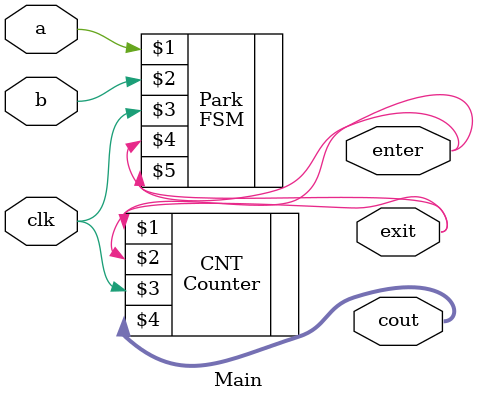
<source format=v>
`timescale 1ns / 1ps
module Main(clk,a,b,cout,enter,exit);

	input wire clk,a,b;
	output wire [31:0] cout;
	output enter;
	output exit;
	wire enter,exit;

	FSM Park(a,b,clk,enter,exit);
	Counter CNT(enter,exit,clk,cout);
	
endmodule

</source>
